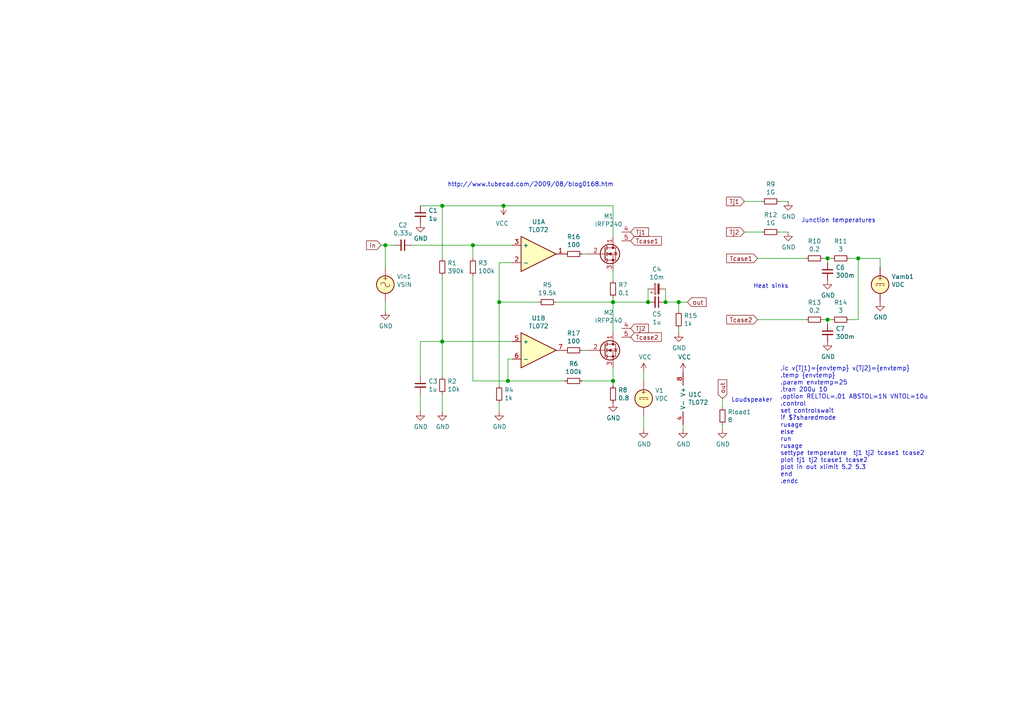
<source format=kicad_sch>
(kicad_sch (version 20211123) (generator eeschema)
  (paper "A4")
  (lib_symbols
    (symbol "Device:CP_Small" (pin_numbers hide) (pin_names (offset 0.254) hide)
      (property "Reference" "C" (at 0.254 1.778 0))
      (property "Value" "CP_Small" (at 0.254 -2.032 0))
      (symbol "CP_Small_0_1"
        (rectangle (start -1.524 -0.3048) (end 1.524 -0.6858) (fill (type outline)))
        (rectangle (start -1.524 0.6858) (end 1.524 0.3048))
        (polyline (pts (xy -1.27 1.524) (xy -0.762 1.524)))
        (polyline (pts (xy -1.016 1.27) (xy -1.016 1.778)))
      )
      (symbol "CP_Small_1_1"
        (pin passive line (at 0 2.54 270) (length 1.8542) (name "~") (number "1"))
        (pin passive line (at 0 -2.54 90) (length 1.8542) (name "~") (number "2"))
      )
    )
    (symbol "Device:C_Small" (pin_numbers hide) (pin_names (offset 0.254) hide)
      (property "Reference" "C" (at 0.254 1.778 0))
      (property "Value" "C_Small" (at 0.254 -2.032 0))
      (symbol "C_Small_0_1"
        (polyline (pts (xy -1.524 -0.508) (xy 1.524 -0.508)) (stroke (width 0.3302)))
        (polyline (pts (xy -1.524 0.508) (xy 1.524 0.508)) (stroke (width 0.3048)))
      )
      (symbol "C_Small_1_1"
        (pin passive line (at 0 2.54 270) (length 2.032) (name "~") (number "1"))
        (pin passive line (at 0 -2.54 90) (length 2.032) (name "~") (number "2"))
      )
    )
    (symbol "Device:Opamp_Dual_Generic"
      (property "Reference" "U" (at 0 5.08 0))
      (property "Value" "Opamp_Dual_Generic" (at 0 -5.08 0))
      (symbol "Opamp_Dual_Generic_1_1"
        (polyline (pts (xy -5.08 5.08) (xy 5.08 0) (xy -5.08 -5.08) (xy -5.08 5.08)) (stroke (width 0.254)) (fill (type background)))
        (pin output line (at 7.62 0 180) (length 2.54) (name "~") (number "1"))
        (pin input line (at -7.62 -2.54 0) (length 2.54) (name "-") (number "2"))
        (pin input line (at -7.62 2.54 0) (length 2.54) (name "+") (number "3"))
      )
      (symbol "Opamp_Dual_Generic_2_1"
        (polyline (pts (xy -5.08 5.08) (xy 5.08 0) (xy -5.08 -5.08) (xy -5.08 5.08)) (stroke (width 0.254)) (fill (type background)))
        (pin input line (at -7.62 2.54 0) (length 2.54) (name "+") (number "5"))
        (pin input line (at -7.62 -2.54 0) (length 2.54) (name "-") (number "6"))
        (pin output line (at 7.62 0 180) (length 2.54) (name "~") (number "7"))
      )
      (symbol "Opamp_Dual_Generic_3_1"
        (pin power_in line (at -2.54 -7.62 90) (length 3.81) (name "V-") (number "4"))
        (pin power_in line (at -2.54 7.62 270) (length 3.81) (name "V+") (number "8"))
      )
    )
    (symbol "Device:R_Small" (pin_numbers hide) (pin_names (offset 0.254) hide)
      (property "Reference" "R" (at 0.762 0.508 0))
      (property "Value" "R_Small" (at 0.762 -1.016 0))
      (symbol "R_Small_0_1"
        (rectangle (start -0.762 1.778) (end 0.762 -1.778) (stroke (width 0.2032)))
      )
      (symbol "R_Small_1_1"
        (pin passive line (at 0 2.54 270) (length 0.762) (name "~") (number "1"))
        (pin passive line (at 0 -2.54 90) (length 0.762) (name "~") (number "2"))
      )
    )
    (symbol "HVO_Device:Q_NMOS_DGS_T" (pin_names (offset 0) hide)
      (property "Reference" "Q" (at 5.08 1.27 0))
      (property "Value" "Q_NMOS_DGS_T" (at 5.08 -1.27 0))
      (symbol "Q_NMOS_DGS_T_0_0"
        (pin output line (at 7.62 6.35 180) (length 2.54) (name "Tj") (number "4"))
        (pin bidirectional line (at 7.62 3.81 180) (length 2.54) (name "Tcase") (number "5"))
      )
      (symbol "Q_NMOS_DGS_T_0_1"
        (polyline (pts (xy 0.0508 0) (xy 0.254 0)))
        (polyline (pts (xy 0.762 -1.778) (xy 2.54 -1.778)))
        (polyline (pts (xy 0.762 -1.27) (xy 0.762 -2.286)) (stroke (width 0.254)))
        (polyline (pts (xy 0.762 0) (xy 2.54 0)))
        (polyline (pts (xy 0.762 0.508) (xy 0.762 -0.508)) (stroke (width 0.254)))
        (polyline (pts (xy 0.762 1.778) (xy 2.54 1.778)))
        (polyline (pts (xy 0.762 2.286) (xy 0.762 1.27)) (stroke (width 0.254)))
        (polyline (pts (xy 2.54 -1.778) (xy 2.54 -2.54)))
        (polyline (pts (xy 2.54 -1.778) (xy 2.54 0)))
        (polyline (pts (xy 2.54 2.54) (xy 2.54 1.778)))
        (polyline (pts (xy 0.254 1.905) (xy 0.254 -1.905) (xy 0.254 -1.905)) (stroke (width 0.254)))
        (polyline (pts (xy 1.016 0) (xy 2.032 0.381) (xy 2.032 -0.381) (xy 1.016 0)) (fill (type outline)))
        (polyline (pts (xy 2.54 -1.778) (xy 3.302 -1.778) (xy 3.302 1.778) (xy 2.54 1.778)))
        (polyline (pts (xy 2.794 0.508) (xy 2.921 0.381) (xy 3.683 0.381) (xy 3.81 0.254)))
        (polyline (pts (xy 3.302 0.381) (xy 2.921 -0.254) (xy 3.683 -0.254) (xy 3.302 0.381)))
        (circle (center 1.651 0) (radius 2.8194) (stroke (width 0.254)))
        (circle (center 2.54 -1.778) (radius 0.2794) (fill (type outline)))
        (circle (center 2.54 1.778) (radius 0.2794) (fill (type outline)))
      )
      (symbol "Q_NMOS_DGS_T_1_1"
        (pin passive line (at 2.54 5.08 270) (length 2.54) (name "D") (number "1"))
        (pin input line (at -5.08 0 0) (length 5.08) (name "G") (number "2"))
        (pin passive line (at 2.54 -5.08 90) (length 2.54) (name "S") (number "3"))
      )
    )
    (symbol "Simulation_SPICE:VDC" (pin_numbers hide) (pin_names (offset 0.0254))
      (property "Reference" "V" (at 2.54 2.54 0))
      (property "Value" "VDC" (at 2.54 0 0))
      (property "Spice_Model" "dc(1)" (at 2.54 -2.54 0))
      (symbol "VDC_0_0"
        (polyline (pts (xy -1.27 0.254) (xy 1.27 0.254)))
        (polyline (pts (xy -0.762 -0.254) (xy -1.27 -0.254)))
        (polyline (pts (xy 0.254 -0.254) (xy -0.254 -0.254)))
        (polyline (pts (xy 1.27 -0.254) (xy 0.762 -0.254)))
        (text "+" (at 0 1.905 0) (effects (font (size 1.27 1.27))))
      )
      (symbol "VDC_0_1"
        (circle (center 0 0) (radius 2.54) (stroke (width 0.254)) (fill (type background)))
      )
      (symbol "VDC_1_1"
        (pin passive line (at 0 5.08 270) (length 2.54) (name "~") (number "1"))
        (pin passive line (at 0 -5.08 90) (length 2.54) (name "~") (number "2"))
      )
    )
    (symbol "Simulation_SPICE:VSIN" (pin_numbers hide) (pin_names (offset 0.0254))
      (property "Reference" "V" (at 2.54 2.54 0))
      (property "Value" "VSIN" (at 2.54 0 0))
      (property "Spice_Model" "sin(0 1 1k)" (at 2.54 -2.54 0))
      (symbol "VSIN_0_0"
        (arc (start 0 0) (mid -0.635 0.635) (end -1.27 0))
        (arc (start 0 0) (mid 0.635 -0.635) (end 1.27 0))
        (text "+" (at 0 1.905 0) (effects (font (size 1.27 1.27))))
      )
      (symbol "VSIN_0_1"
        (circle (center 0 0) (radius 2.54) (stroke (width 0.254)) (fill (type background)))
      )
      (symbol "VSIN_1_1"
        (pin passive line (at 0 5.08 270) (length 2.54) (name "~") (number "1"))
        (pin passive line (at 0 -5.08 90) (length 2.54) (name "~") (number "2"))
      )
    )
    (symbol "power:GND" (power) (pin_names (offset 0))
      (property "Value" "GND" (at 0 -3.81 0))
      (symbol "GND_0_1"
        (polyline (pts (xy 0 0) (xy 0 -1.27) (xy 1.27 -1.27) (xy 0 -2.54) (xy -1.27 -1.27) (xy 0 -1.27)))
      )
      (symbol "GND_1_1"
        (pin power_in line (at 0 0 270) (length 0) hide (name "GND") (number "1"))
      )
    )
    (symbol "power:VCC" (power) (pin_names (offset 0))
      (property "Value" "VCC" (at 0 3.81 0))
      (symbol "VCC_0_1"
        (polyline (pts (xy -0.762 1.27) (xy 0 2.54)))
        (polyline (pts (xy 0 0) (xy 0 2.54)))
        (polyline (pts (xy 0 2.54) (xy 0.762 1.27)))
      )
      (symbol "VCC_1_1"
        (pin power_in line (at 0 0 90) (length 0) hide (name "VCC") (number "1"))
      )
    )
  )
  (junction (at 144.78 87.63) (diameter 1.016))
  (junction (at 240.03 92.71) (diameter 1.016))
  (junction (at 187.96 87.63) (diameter 1.016))
  (junction (at 177.8 110.49) (diameter 1.016))
  (junction (at 111.76 71.12) (diameter 1.016))
  (junction (at 147.32 110.49) (diameter 1.016))
  (junction (at 128.27 59.69) (diameter 1.016))
  (junction (at 137.16 71.12) (diameter 1.016))
  (junction (at 248.92 74.93) (diameter 1.016))
  (junction (at 196.85 87.63) (diameter 1.016))
  (junction (at 128.27 99.06) (diameter 1.016))
  (junction (at 193.04 87.63) (diameter 1.016))
  (junction (at 177.8 87.63) (diameter 1.016))
  (junction (at 146.05 59.69) (diameter 1.016))
  (junction (at 240.03 74.93) (diameter 1.016))
  (wire (pts (xy 209.55 115.57) (xy 209.55 118.11)))
  (wire (pts (xy 196.85 90.17) (xy 196.85 87.63)))
  (wire (pts (xy 121.92 109.22) (xy 121.92 99.06)))
  (wire (pts (xy 238.76 74.93) (xy 240.03 74.93)))
  (wire (pts (xy 186.69 107.95) (xy 186.69 110.49)))
  (wire (pts (xy 219.71 74.93) (xy 233.68 74.93)))
  (wire (pts (xy 137.16 71.12) (xy 119.38 71.12)))
  (wire (pts (xy 144.78 87.63) (xy 144.78 111.76)))
  (wire (pts (xy 177.8 87.63) (xy 187.96 87.63)))
  (wire (pts (xy 111.76 77.47) (xy 111.76 71.12)))
  (wire (pts (xy 215.9 58.42) (xy 220.98 58.42)))
  (wire (pts (xy 177.8 106.68) (xy 177.8 110.49)))
  (wire (pts (xy 156.21 87.63) (xy 144.78 87.63)))
  (wire (pts (xy 240.03 92.71) (xy 241.3 92.71)))
  (wire (pts (xy 193.04 87.63) (xy 196.85 87.63)))
  (wire (pts (xy 240.03 74.93) (xy 241.3 74.93)))
  (wire (pts (xy 177.8 87.63) (xy 177.8 96.52)))
  (wire (pts (xy 193.04 87.63) (xy 193.04 83.82)))
  (wire (pts (xy 137.16 80.01) (xy 137.16 110.49)))
  (wire (pts (xy 168.91 73.66) (xy 170.18 73.66)))
  (wire (pts (xy 148.59 71.12) (xy 137.16 71.12)))
  (wire (pts (xy 248.92 92.71) (xy 248.92 74.93)))
  (wire (pts (xy 168.91 110.49) (xy 177.8 110.49)))
  (wire (pts (xy 144.78 116.84) (xy 144.78 119.38)))
  (wire (pts (xy 255.27 74.93) (xy 255.27 77.47)))
  (wire (pts (xy 177.8 59.69) (xy 177.8 68.58)))
  (wire (pts (xy 177.8 111.76) (xy 177.8 110.49)))
  (wire (pts (xy 148.59 99.06) (xy 128.27 99.06)))
  (wire (pts (xy 148.59 104.14) (xy 147.32 104.14)))
  (wire (pts (xy 186.69 120.65) (xy 186.69 124.46)))
  (wire (pts (xy 137.16 110.49) (xy 147.32 110.49)))
  (wire (pts (xy 121.92 59.69) (xy 128.27 59.69)))
  (wire (pts (xy 177.8 78.74) (xy 177.8 81.28)))
  (wire (pts (xy 226.06 58.42) (xy 228.6 58.42)))
  (wire (pts (xy 137.16 71.12) (xy 137.16 74.93)))
  (wire (pts (xy 147.32 110.49) (xy 163.83 110.49)))
  (wire (pts (xy 111.76 87.63) (xy 111.76 90.17)))
  (wire (pts (xy 198.12 123.19) (xy 198.12 124.46)))
  (wire (pts (xy 128.27 74.93) (xy 128.27 59.69)))
  (wire (pts (xy 240.03 93.98) (xy 240.03 92.71)))
  (wire (pts (xy 240.03 76.2) (xy 240.03 74.93)))
  (wire (pts (xy 121.92 114.3) (xy 121.92 119.38)))
  (wire (pts (xy 219.71 92.71) (xy 233.68 92.71)))
  (wire (pts (xy 147.32 104.14) (xy 147.32 110.49)))
  (wire (pts (xy 209.55 123.19) (xy 209.55 124.46)))
  (wire (pts (xy 215.9 67.31) (xy 220.98 67.31)))
  (wire (pts (xy 177.8 86.36) (xy 177.8 87.63)))
  (wire (pts (xy 246.38 92.71) (xy 248.92 92.71)))
  (wire (pts (xy 121.92 99.06) (xy 128.27 99.06)))
  (wire (pts (xy 111.76 71.12) (xy 110.49 71.12)))
  (wire (pts (xy 146.05 59.69) (xy 177.8 59.69)))
  (wire (pts (xy 128.27 99.06) (xy 128.27 80.01)))
  (wire (pts (xy 196.85 95.25) (xy 196.85 96.52)))
  (wire (pts (xy 246.38 74.93) (xy 248.92 74.93)))
  (wire (pts (xy 128.27 99.06) (xy 128.27 109.22)))
  (wire (pts (xy 148.59 76.2) (xy 144.78 76.2)))
  (wire (pts (xy 128.27 114.3) (xy 128.27 119.38)))
  (wire (pts (xy 144.78 76.2) (xy 144.78 87.63)))
  (wire (pts (xy 128.27 59.69) (xy 146.05 59.69)))
  (wire (pts (xy 196.85 87.63) (xy 199.39 87.63)))
  (wire (pts (xy 226.06 67.31) (xy 228.6 67.31)))
  (wire (pts (xy 248.92 74.93) (xy 255.27 74.93)))
  (wire (pts (xy 238.76 92.71) (xy 240.03 92.71)))
  (wire (pts (xy 114.3 71.12) (xy 111.76 71.12)))
  (wire (pts (xy 187.96 87.63) (xy 187.96 83.82)))
  (wire (pts (xy 168.91 101.6) (xy 170.18 101.6)))
  (wire (pts (xy 177.8 87.63) (xy 161.29 87.63)))
  (text "Heat sinks" (at 218.44 83.82 0) (effects (font (size 1.27 1.27)) (justify left bottom)))
  (text ".ic v(Tj1)={envtemp} v(Tj2)={envtemp}\n.temp {envtemp}\n.param envtemp=25\n.tran 200u 10\n.option RELTOL=.01 ABSTOL=1N VNTOL=10u\n.control\nset controlswait\nif $?sharedmode\nrusage\nelse\nrun\nrusage\nsettype temperature  tj1 tj2 tcase1 tcase2\nplot tj1 tj2 tcase1 tcase2\nplot in out xlimit 5.2 5.3\nend\n.endc" (at 226.314 140.462 0) (effects (font (size 1.27 1.27)) (justify left bottom)))
  (text "Loudspeaker" (at 212.09 116.84 0) (effects (font (size 1.27 1.27)) (justify left bottom)))
  (text "Junction temperatures" (at 232.41 64.77 0) (effects (font (size 1.27 1.27)) (justify left bottom)))
  (text "http://www.tubecad.com/2009/08/blog0168.htm" (at 129.794 54.356 0) (effects (font (size 1.27 1.27)) (justify left bottom)))
  (global_label "Tcase1" (shape input) (at 182.88 69.85 0) (property "Intersheet References" "${INTERSHEET_REFS}" (effects hide)))
  (global_label "Tj2" (shape input) (at 215.9 67.31 180) (property "Intersheet References" "${INTERSHEET_REFS}" (effects hide)))
  (global_label "Tj1" (shape input) (at 182.88 67.31 0) (property "Intersheet References" "${INTERSHEET_REFS}" (effects hide)))
  (global_label "Tcase1" (shape input) (at 219.71 74.93 180) (property "Intersheet References" "${INTERSHEET_REFS}" (effects hide)))
  (global_label "Tj1" (shape input) (at 215.9 58.42 180) (property "Intersheet References" "${INTERSHEET_REFS}" (effects hide)))
  (global_label "out" (shape input) (at 209.55 115.57 90) (property "Intersheet References" "${INTERSHEET_REFS}" (effects hide)))
  (global_label "out" (shape input) (at 199.39 87.63 0) (property "Intersheet References" "${INTERSHEET_REFS}" (effects hide)))
  (global_label "in" (shape input) (at 110.49 71.12 180) (property "Intersheet References" "${INTERSHEET_REFS}" (effects hide)))
  (global_label "Tcase2" (shape input) (at 219.71 92.71 180) (property "Intersheet References" "${INTERSHEET_REFS}" (effects hide)))
  (global_label "Tcase2" (shape input) (at 182.88 97.79 0) (property "Intersheet References" "${INTERSHEET_REFS}" (effects hide)))
  (global_label "Tj2" (shape input) (at 182.88 95.25 0) (property "Intersheet References" "${INTERSHEET_REFS}" (effects hide)))
  (symbol (lib_id "HVO_Device:Q_NMOS_DGS_T") (at 175.26 73.66 0) (unit 1)
    (property "Reference" "M1" (at 176.53 62.7126 0))
    (property "Value" "IRFP240" (at 176.53 65.024 0))
    (property "Spice_Primitive" "M" (effects hide))
    (property "Spice_Model" "IRFP240 thermal" (effects hide))
    (property "Spice_Netlist_Enabled" "Y" (effects hide))
    (property "Spice_Lib_File" "VDMOS_models.lib" (effects hide))
  )
  (symbol (lib_id "HVO_Device:Q_NMOS_DGS_T") (at 175.26 101.6 0) (unit 1)
    (property "Reference" "M2" (at 176.53 90.6526 0))
    (property "Value" "IRFP240" (at 176.53 92.964 0))
    (property "Spice_Primitive" "M" (effects hide))
    (property "Spice_Model" "IRFP240 thermal" (effects hide))
    (property "Spice_Netlist_Enabled" "Y" (effects hide))
    (property "Spice_Lib_File" "VDMOS_models.lib" (effects hide))
  )
  (symbol (lib_id "Device:R_Small") (at 196.85 92.71 0) (unit 1)
    (property "Reference" "R15" (at 198.3486 91.5416 0) (effects (justify left)))
    (property "Value" "1k" (at 198.3486 93.853 0) (effects (justify left)))
  )
  (symbol (lib_id "power:GND") (at 196.85 96.52 0) (unit 1)
    (property "Reference" "#PWR0117" (effects hide))
    (property "Value" "GND" (at 196.977 100.9142 0))
  )
  (symbol (lib_id "Device:R_Small") (at 177.8 83.82 0) (unit 1)
    (property "Reference" "R7" (at 179.2986 82.6516 0) (effects (justify left)))
    (property "Value" "0.1" (at 179.2986 84.963 0) (effects (justify left)))
  )
  (symbol (lib_id "Device:R_Small") (at 177.8 114.3 0) (unit 1)
    (property "Reference" "R8" (at 179.2986 113.1316 0) (effects (justify left)))
    (property "Value" "0.8" (at 179.2986 115.443 0) (effects (justify left)))
  )
  (symbol (lib_id "power:GND") (at 177.8 116.84 0) (unit 1)
    (property "Reference" "#PWR0101" (effects hide))
    (property "Value" "GND" (at 177.927 121.2342 0))
  )
  (symbol (lib_id "Device:Opamp_Dual_Generic") (at 156.21 73.66 0) (unit 1)
    (property "Reference" "U1" (at 156.21 64.3382 0))
    (property "Value" "TL072" (at 156.21 66.6496 0))
    (property "Spice_Primitive" "X" (effects hide))
    (property "Spice_Model" "TL072c" (effects hide))
    (property "Spice_Netlist_Enabled" "Y" (effects hide))
    (property "Spice_Lib_File" "TL072-dual.lib" (effects hide))
  )
  (symbol (lib_id "Device:Opamp_Dual_Generic") (at 156.21 101.6 0) (unit 2)
    (property "Reference" "U1" (at 156.21 92.2782 0))
    (property "Value" "TL072" (at 156.21 94.5896 0))
    (property "Spice_Primitive" "X" (effects hide))
    (property "Spice_Model" "TL072c" (effects hide))
    (property "Spice_Netlist_Enabled" "Y" (effects hide))
    (property "Spice_Lib_File" "TL072-dual.lib" (effects hide))
  )
  (symbol (lib_id "Device:R_Small") (at 209.55 120.65 0) (unit 1)
    (property "Reference" "Rload1" (at 211.0486 119.4816 0) (effects (justify left)))
    (property "Value" "8" (at 211.0486 121.793 0) (effects (justify left)))
  )
  (symbol (lib_id "power:GND") (at 209.55 124.46 0) (unit 1)
    (property "Reference" "#PWR0118" (effects hide))
    (property "Value" "GND" (at 209.677 128.8542 0))
  )
  (symbol (lib_id "Device:Opamp_Dual_Generic") (at 200.66 115.57 0) (unit 3)
    (property "Reference" "U1" (at 199.5932 114.4016 0) (effects (justify left)))
    (property "Value" "TL072" (at 199.5932 116.713 0) (effects (justify left)))
    (property "Spice_Primitive" "X" (effects hide))
    (property "Spice_Model" "TL072c" (effects hide))
    (property "Spice_Netlist_Enabled" "Y" (effects hide))
    (property "Spice_Lib_File" "TL072-dual.lib" (effects hide))
  )
  (symbol (lib_id "Device:R_Small") (at 158.75 87.63 270) (unit 1)
    (property "Reference" "R5" (at 158.75 82.6516 90))
    (property "Value" "19.5k" (at 158.75 84.963 90))
  )
  (symbol (lib_id "Device:R_Small") (at 144.78 114.3 0) (unit 1)
    (property "Reference" "R4" (at 146.2786 113.1316 0) (effects (justify left)))
    (property "Value" "1k" (at 146.2786 115.443 0) (effects (justify left)))
  )
  (symbol (lib_id "power:GND") (at 144.78 119.38 0) (unit 1)
    (property "Reference" "#PWR0102" (effects hide))
    (property "Value" "GND" (at 144.907 123.7742 0))
  )
  (symbol (lib_id "Device:R_Small") (at 137.16 77.47 0) (unit 1)
    (property "Reference" "R3" (at 138.6586 76.3016 0) (effects (justify left)))
    (property "Value" "100k" (at 138.6586 78.613 0) (effects (justify left)))
  )
  (symbol (lib_id "Device:R_Small") (at 166.37 110.49 270) (unit 1)
    (property "Reference" "R6" (at 166.37 105.5116 90))
    (property "Value" "100k" (at 166.37 107.823 90))
  )
  (symbol (lib_id "Device:R_Small") (at 128.27 77.47 0) (unit 1)
    (property "Reference" "R1" (at 129.7686 76.3016 0) (effects (justify left)))
    (property "Value" "390k" (at 129.7686 78.613 0) (effects (justify left)))
  )
  (symbol (lib_id "Device:R_Small") (at 128.27 111.76 0) (unit 1)
    (property "Reference" "R2" (at 129.7686 110.5916 0) (effects (justify left)))
    (property "Value" "10k" (at 129.7686 112.903 0) (effects (justify left)))
  )
  (symbol (lib_id "power:GND") (at 128.27 119.38 0) (unit 1)
    (property "Reference" "#PWR0103" (effects hide))
    (property "Value" "GND" (at 128.397 123.7742 0))
  )
  (symbol (lib_id "power:VCC") (at 146.05 59.69 180) (unit 1)
    (property "Reference" "#PWR0104" (effects hide))
    (property "Value" "VCC" (at 145.6182 64.0842 0) (effects (justify bottom)))
  )
  (symbol (lib_id "power:VCC") (at 198.12 107.95 0) (unit 1)
    (property "Reference" "#PWR0105" (effects hide))
    (property "Value" "VCC" (at 198.5518 103.5558 0))
  )
  (symbol (lib_id "power:GND") (at 198.12 124.46 0) (unit 1)
    (property "Reference" "#PWR0106" (effects hide))
    (property "Value" "GND" (at 198.247 128.8542 0))
  )
  (symbol (lib_id "Device:C_Small") (at 121.92 111.76 0) (unit 1)
    (property "Reference" "C3" (at 124.2568 110.5916 0) (effects (justify left)))
    (property "Value" "1u" (at 124.2568 112.903 0) (effects (justify left)))
  )
  (symbol (lib_id "power:GND") (at 121.92 119.38 0) (unit 1)
    (property "Reference" "#PWR0107" (effects hide))
    (property "Value" "GND" (at 122.047 123.7742 0))
  )
  (symbol (lib_id "Device:C_Small") (at 121.92 62.23 0) (unit 1)
    (property "Reference" "C1" (at 124.2568 61.0616 0) (effects (justify left)))
    (property "Value" "1u" (at 124.2568 63.373 0) (effects (justify left)))
  )
  (symbol (lib_id "power:GND") (at 121.92 64.77 0) (unit 1)
    (property "Reference" "#PWR0108" (effects hide))
    (property "Value" "GND" (at 122.047 69.1642 0))
  )
  (symbol (lib_id "Device:C_Small") (at 116.84 71.12 270) (unit 1)
    (property "Reference" "C2" (at 116.84 65.3034 90))
    (property "Value" "0.33u" (at 116.84 67.6148 90))
  )
  (symbol (lib_id "Device:C_Small") (at 190.5 87.63 270) (unit 1)
    (property "Reference" "C5" (at 190.5 91.1098 90))
    (property "Value" "1u" (at 190.5 93.4212 90))
  )
  (symbol (lib_id "Simulation_SPICE:VDC") (at 186.69 115.57 0) (unit 1)
    (property "Reference" "V1" (at 189.992 113.2586 0) (effects (justify left)))
    (property "Value" "VDC" (at 189.992 115.57 0) (effects (justify left)))
    (property "Spice_Netlist_Enabled" "Y" (effects hide))
    (property "Spice_Primitive" "V" (effects hide))
    (property "Spice_Model" "36" (at 189.992 117.8814 0) (effects (justify left)))
  )
  (symbol (lib_id "power:GND") (at 186.69 124.46 0) (unit 1)
    (property "Reference" "#PWR0109" (effects hide))
    (property "Value" "GND" (at 186.817 128.8542 0))
  )
  (symbol (lib_id "power:VCC") (at 186.69 107.95 0) (unit 1)
    (property "Reference" "#PWR0110" (effects hide))
    (property "Value" "VCC" (at 187.1218 103.5558 0))
  )
  (symbol (lib_id "Device:CP_Small") (at 190.5 83.82 90) (unit 1)
    (property "Reference" "C4" (at 190.5 78.105 90))
    (property "Value" "10m" (at 190.5 80.4164 90))
  )
  (symbol (lib_id "Device:R_Small") (at 166.37 101.6 270) (unit 1)
    (property "Reference" "R17" (at 166.37 96.6216 90))
    (property "Value" "100" (at 166.37 98.933 90))
  )
  (symbol (lib_id "Device:R_Small") (at 223.52 58.42 270) (unit 1)
    (property "Reference" "R9" (at 223.52 53.4416 90))
    (property "Value" "1G" (at 223.52 55.753 90))
  )
  (symbol (lib_id "Device:R_Small") (at 236.22 74.93 270) (unit 1)
    (property "Reference" "R10" (at 236.22 69.9516 90))
    (property "Value" "0.2" (at 236.22 72.263 90))
  )
  (symbol (lib_id "Device:R_Small") (at 166.37 73.66 270) (unit 1)
    (property "Reference" "R16" (at 166.37 68.6816 90))
    (property "Value" "100" (at 166.37 70.993 90))
  )
  (symbol (lib_id "Device:R_Small") (at 243.84 74.93 270) (unit 1)
    (property "Reference" "R11" (at 243.84 69.9516 90))
    (property "Value" "3" (at 243.84 72.263 90))
  )
  (symbol (lib_id "Device:C_Small") (at 240.03 78.74 0) (unit 1)
    (property "Reference" "C6" (at 242.3668 77.5716 0) (effects (justify left)))
    (property "Value" "300m" (at 242.3668 79.883 0) (effects (justify left)))
  )
  (symbol (lib_id "power:GND") (at 240.03 81.28 0) (unit 1)
    (property "Reference" "#PWR0111" (effects hide))
    (property "Value" "GND" (at 240.157 85.6742 0))
  )
  (symbol (lib_id "Simulation_SPICE:VDC") (at 255.27 82.55 0) (unit 1)
    (property "Reference" "Vamb1" (at 258.572 80.2386 0) (effects (justify left)))
    (property "Value" "VDC" (at 258.572 82.55 0) (effects (justify left)))
    (property "Spice_Netlist_Enabled" "Y" (effects hide))
    (property "Spice_Primitive" "V" (effects hide))
    (property "Spice_Model" "{envtemp}" (at 258.572 84.8614 0) (effects (justify left)))
  )
  (symbol (lib_id "power:GND") (at 255.27 87.63 0) (unit 1)
    (property "Reference" "#PWR0112" (effects hide))
    (property "Value" "GND" (at 255.397 92.0242 0))
  )
  (symbol (lib_id "power:GND") (at 228.6 58.42 0) (unit 1)
    (property "Reference" "#PWR0113" (effects hide))
    (property "Value" "GND" (at 228.727 62.8142 0))
  )
  (symbol (lib_id "Device:R_Small") (at 223.52 67.31 270) (unit 1)
    (property "Reference" "R12" (at 223.52 62.3316 90))
    (property "Value" "1G" (at 223.52 64.643 90))
  )
  (symbol (lib_id "Device:R_Small") (at 236.22 92.71 270) (unit 1)
    (property "Reference" "R13" (at 236.22 87.7316 90))
    (property "Value" "0.2" (at 236.22 90.043 90))
  )
  (symbol (lib_id "Device:R_Small") (at 243.84 92.71 270) (unit 1)
    (property "Reference" "R14" (at 243.84 87.7316 90))
    (property "Value" "3" (at 243.84 90.043 90))
  )
  (symbol (lib_id "Device:C_Small") (at 240.03 96.52 0) (unit 1)
    (property "Reference" "C7" (at 242.3668 95.3516 0) (effects (justify left)))
    (property "Value" "300m" (at 242.3668 97.663 0) (effects (justify left)))
  )
  (symbol (lib_id "power:GND") (at 240.03 99.06 0) (unit 1)
    (property "Reference" "#PWR0114" (effects hide))
    (property "Value" "GND" (at 240.157 103.4542 0))
  )
  (symbol (lib_id "power:GND") (at 228.6 67.31 0) (unit 1)
    (property "Reference" "#PWR0115" (effects hide))
    (property "Value" "GND" (at 228.727 71.7042 0))
  )
  (symbol (lib_id "Simulation_SPICE:VSIN") (at 111.76 82.55 0) (unit 1)
    (property "Reference" "Vin1" (at 115.062 80.2386 0) (effects (justify left)))
    (property "Value" "VSIN" (at 115.062 82.55 0) (effects (justify left)))
    (property "Spice_Netlist_Enabled" "Y" (effects hide))
    (property "Spice_Primitive" "V" (effects hide))
    (property "Spice_Model" "dc 0 ac 1 sin(0 0.5 100 20m)" (at 115.062 84.8614 0) (effects (justify left)))
  )
  (symbol (lib_id "power:GND") (at 111.76 90.17 0) (unit 1)
    (property "Reference" "#PWR0116" (effects hide))
    (property "Value" "GND" (at 111.887 94.5642 0))
  )
)
</source>
